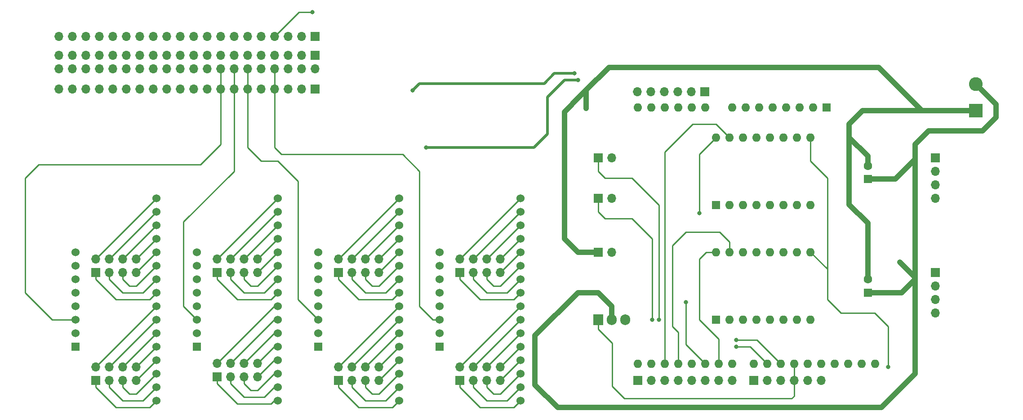
<source format=gbr>
%TF.GenerationSoftware,KiCad,Pcbnew,(6.0.10)*%
%TF.CreationDate,2025-04-14T00:06:00+02:00*%
%TF.ProjectId,pcb_shield,7063625f-7368-4696-956c-642e6b696361,1.0*%
%TF.SameCoordinates,Original*%
%TF.FileFunction,Copper,L2,Bot*%
%TF.FilePolarity,Positive*%
%FSLAX46Y46*%
G04 Gerber Fmt 4.6, Leading zero omitted, Abs format (unit mm)*
G04 Created by KiCad (PCBNEW (6.0.10)) date 2025-04-14 00:06:00*
%MOMM*%
%LPD*%
G01*
G04 APERTURE LIST*
%TA.AperFunction,ComponentPad*%
%ADD10R,2.600000X2.600000*%
%TD*%
%TA.AperFunction,ComponentPad*%
%ADD11C,2.600000*%
%TD*%
%TA.AperFunction,ComponentPad*%
%ADD12R,1.700000X1.700000*%
%TD*%
%TA.AperFunction,ComponentPad*%
%ADD13O,1.700000X1.700000*%
%TD*%
%TA.AperFunction,ComponentPad*%
%ADD14R,1.600000X1.600000*%
%TD*%
%TA.AperFunction,ComponentPad*%
%ADD15C,1.600000*%
%TD*%
%TA.AperFunction,ComponentPad*%
%ADD16R,1.905000X2.000000*%
%TD*%
%TA.AperFunction,ComponentPad*%
%ADD17O,1.905000X2.000000*%
%TD*%
%TA.AperFunction,ComponentPad*%
%ADD18O,1.600000X1.600000*%
%TD*%
%TA.AperFunction,ComponentPad*%
%ADD19C,1.530000*%
%TD*%
%TA.AperFunction,ComponentPad*%
%ADD20R,1.530000X1.530000*%
%TD*%
%TA.AperFunction,ViaPad*%
%ADD21C,0.800000*%
%TD*%
%TA.AperFunction,Conductor*%
%ADD22C,0.250000*%
%TD*%
%TA.AperFunction,Conductor*%
%ADD23C,0.500000*%
%TD*%
%TA.AperFunction,Conductor*%
%ADD24C,1.000000*%
%TD*%
G04 APERTURE END LIST*
D10*
%TO.P,J14,1*%
%TO.N,Net-(A3-Pad7)*%
X243840000Y-71120000D03*
D11*
%TO.P,J14,2*%
%TO.N,Net-(A3-Pad8)*%
X243840000Y-66120000D03*
%TD*%
D12*
%TO.P,J4,1,Pin_1*%
%TO.N,Net-(J4-Pad1)*%
X100975000Y-101600000D03*
D13*
%TO.P,J4,2,Pin_2*%
%TO.N,Net-(J4-Pad2)*%
X100975000Y-99060000D03*
%TO.P,J4,3,Pin_3*%
%TO.N,Net-(J4-Pad3)*%
X103515000Y-101600000D03*
%TO.P,J4,4,Pin_4*%
%TO.N,Net-(J4-Pad4)*%
X103515000Y-99060000D03*
%TO.P,J4,5,Pin_5*%
%TO.N,Net-(J4-Pad5)*%
X106055000Y-101600000D03*
%TO.P,J4,6,Pin_6*%
%TO.N,Net-(J4-Pad6)*%
X106055000Y-99060000D03*
%TO.P,J4,7,Pin_7*%
%TO.N,Net-(J4-Pad7)*%
X108595000Y-101600000D03*
%TO.P,J4,8,Pin_8*%
%TO.N,Net-(J4-Pad8)*%
X108595000Y-99060000D03*
%TD*%
D12*
%TO.P,J12,1,Pin_1*%
%TO.N,Net-(A2-Pad24)*%
X172720000Y-87630000D03*
D13*
%TO.P,J12,2,Pin_2*%
%TO.N,Net-(A2-Pad7)*%
X175260000Y-87630000D03*
%TD*%
D12*
%TO.P,J15,1,Pin_1*%
%TO.N,3V3*%
X119380000Y-67081000D03*
D13*
%TO.P,J15,2,Pin_2*%
%TO.N,SDA*%
X116840000Y-67081000D03*
%TO.P,J15,3,Pin_3*%
%TO.N,SCL*%
X114300000Y-67081000D03*
%TO.P,J15,4,Pin_4*%
%TO.N,Net-(A1-Pad4)*%
X111760000Y-67081000D03*
%TO.P,J15,5,Pin_5*%
%TO.N,GND*%
X109220000Y-67081000D03*
%TO.P,J15,6,Pin_6*%
%TO.N,Net-(A1-Pad6)*%
X106680000Y-67081000D03*
%TO.P,J15,7,Pin_7*%
%TO.N,Net-(A1-Pad7)*%
X104140000Y-67081000D03*
%TO.P,J15,8,Pin_8*%
%TO.N,Net-(A1-Pad8)*%
X101600000Y-67081000D03*
%TO.P,J15,9,Pin_9*%
%TO.N,3V3*%
X99060000Y-67081000D03*
%TO.P,J15,10,Pin_10*%
%TO.N,10 MOSI*%
X96520000Y-67081000D03*
%TO.P,J15,11,Pin_11*%
%TO.N,9 MISO*%
X93980000Y-67081000D03*
%TO.P,J15,12,Pin_12*%
%TO.N,11 SCLK*%
X91440000Y-67081000D03*
%TO.P,J15,13,Pin_13*%
%TO.N,GND*%
X88900000Y-67081000D03*
%TO.P,J15,14,Pin_14*%
%TO.N,Net-(A1-Pad14)*%
X86360000Y-67081000D03*
%TO.P,J15,15,Pin_15*%
%TO.N,Net-(A1-Pad15)*%
X83820000Y-67081000D03*
%TO.P,J15,16,Pin_16*%
%TO.N,Net-(A1-Pad16)*%
X81280000Y-67081000D03*
%TO.P,J15,17,Pin_17*%
%TO.N,Net-(A1-Pad17)*%
X78740000Y-67081000D03*
%TO.P,J15,18,Pin_18*%
%TO.N,Net-(A1-Pad18)*%
X76200000Y-67081000D03*
%TO.P,J15,19,Pin_19*%
%TO.N,Net-(A1-Pad19)*%
X73660000Y-67081000D03*
%TO.P,J15,20,Pin_20*%
%TO.N,Net-(A1-Pad20)*%
X71120000Y-67081000D03*
%TD*%
D12*
%TO.P,J2,1,Pin_1*%
%TO.N,Net-(J2-Pad1)*%
X78115000Y-101605000D03*
D13*
%TO.P,J2,2,Pin_2*%
%TO.N,Net-(J2-Pad2)*%
X78115000Y-99065000D03*
%TO.P,J2,3,Pin_3*%
%TO.N,Net-(J2-Pad3)*%
X80655000Y-101605000D03*
%TO.P,J2,4,Pin_4*%
%TO.N,Net-(J2-Pad4)*%
X80655000Y-99065000D03*
%TO.P,J2,5,Pin_5*%
%TO.N,Net-(J2-Pad5)*%
X83195000Y-101605000D03*
%TO.P,J2,6,Pin_6*%
%TO.N,Net-(J2-Pad6)*%
X83195000Y-99065000D03*
%TO.P,J2,7,Pin_7*%
%TO.N,Net-(J2-Pad7)*%
X85735000Y-101605000D03*
%TO.P,J2,8,Pin_8*%
%TO.N,Net-(J2-Pad8)*%
X85735000Y-99065000D03*
%TD*%
D12*
%TO.P,J19,1,Pin_1*%
%TO.N,Net-(A2-Pad9)*%
X192840000Y-67564000D03*
D13*
%TO.P,J19,2,Pin_2*%
%TO.N,Net-(A2-Pad10)*%
X190300000Y-67564000D03*
%TO.P,J19,3,Pin_3*%
%TO.N,Net-(A2-Pad11)*%
X187760000Y-67564000D03*
%TO.P,J19,4,Pin_4*%
%TO.N,Net-(A2-Pad12)*%
X185220000Y-67564000D03*
%TO.P,J19,5,Pin_5*%
%TO.N,Net-(A2-Pad13)*%
X182680000Y-67564000D03*
%TO.P,J19,6,Pin_6*%
%TO.N,Net-(A2-Pad14)*%
X180140000Y-67564000D03*
%TD*%
D14*
%TO.P,C1,1*%
%TO.N,Net-(A3-Pad8)*%
X223520000Y-84020000D03*
D15*
%TO.P,C1,2*%
%TO.N,Net-(A3-Pad7)*%
X223520000Y-81520000D03*
%TD*%
D12*
%TO.P,J6,1,Pin_1*%
%TO.N,Net-(J6-Pad1)*%
X123825000Y-101630000D03*
D13*
%TO.P,J6,2,Pin_2*%
%TO.N,Net-(J6-Pad2)*%
X123825000Y-99090000D03*
%TO.P,J6,3,Pin_3*%
%TO.N,Net-(J6-Pad3)*%
X126365000Y-101630000D03*
%TO.P,J6,4,Pin_4*%
%TO.N,Net-(J6-Pad4)*%
X126365000Y-99090000D03*
%TO.P,J6,5,Pin_5*%
%TO.N,Net-(J6-Pad5)*%
X128905000Y-101630000D03*
%TO.P,J6,6,Pin_6*%
%TO.N,Net-(J6-Pad6)*%
X128905000Y-99090000D03*
%TO.P,J6,7,Pin_7*%
%TO.N,Net-(J6-Pad7)*%
X131445000Y-101630000D03*
%TO.P,J6,8,Pin_8*%
%TO.N,Net-(J6-Pad8)*%
X131445000Y-99090000D03*
%TD*%
D12*
%TO.P,J13,1,Pin_1*%
%TO.N,Net-(A2-Pad25)*%
X172720000Y-80010000D03*
D13*
%TO.P,J13,2,Pin_2*%
%TO.N,Net-(A2-Pad7)*%
X175260000Y-80010000D03*
%TD*%
D12*
%TO.P,J3,1,Pin_1*%
%TO.N,Net-(J3-Pad1)*%
X100975000Y-121290000D03*
D13*
%TO.P,J3,2,Pin_2*%
%TO.N,Net-(J3-Pad2)*%
X100975000Y-118750000D03*
%TO.P,J3,3,Pin_3*%
%TO.N,Net-(J3-Pad3)*%
X103515000Y-121290000D03*
%TO.P,J3,4,Pin_4*%
%TO.N,Net-(J3-Pad4)*%
X103515000Y-118750000D03*
%TO.P,J3,5,Pin_5*%
%TO.N,Net-(J3-Pad5)*%
X106055000Y-121290000D03*
%TO.P,J3,6,Pin_6*%
%TO.N,Net-(J3-Pad6)*%
X106055000Y-118750000D03*
%TO.P,J3,7,Pin_7*%
%TO.N,Net-(J3-Pad7)*%
X108595000Y-121290000D03*
%TO.P,J3,8,Pin_8*%
%TO.N,Net-(J3-Pad8)*%
X108595000Y-118750000D03*
%TD*%
D12*
%TO.P,J9,1,Pin_1*%
%TO.N,Net-(A3-Pad7)*%
X172720000Y-97790000D03*
D13*
%TO.P,J9,2,Pin_2*%
%TO.N,Net-(J9-Pad2)*%
X175260000Y-97790000D03*
%TD*%
D12*
%TO.P,J18,1,Pin_1*%
%TO.N,Net-(A2-Pad23)*%
X202030000Y-121920000D03*
D13*
%TO.P,J18,2,Pin_2*%
%TO.N,Net-(A2-Pad24)*%
X204570000Y-121920000D03*
%TO.P,J18,3,Pin_3*%
%TO.N,Net-(A2-Pad25)*%
X207110000Y-121920000D03*
%TO.P,J18,4,Pin_4*%
%TO.N,Net-(A2-Pad26)*%
X209650000Y-121920000D03*
%TO.P,J18,5,Pin_5*%
%TO.N,Net-(A2-Pad27)*%
X212190000Y-121920000D03*
%TO.P,J18,6,Pin_6*%
%TO.N,Net-(A2-Pad28)*%
X214730000Y-121920000D03*
%TD*%
D12*
%TO.P,J16,1,Pin_1*%
%TO.N,5V*%
X119380000Y-57150000D03*
D13*
%TO.P,J16,2,Pin_2*%
X116840000Y-57150000D03*
%TO.P,J16,3,Pin_3*%
%TO.N,GND*%
X114300000Y-57150000D03*
%TO.P,J16,4,Pin_4*%
%TO.N,/14 TXD*%
X111760000Y-57150000D03*
%TO.P,J16,5,Pin_5*%
%TO.N,/18 RXD*%
X109220000Y-57150000D03*
%TO.P,J16,6,Pin_6*%
%TO.N,Net-(A1-Pad26)*%
X106680000Y-57150000D03*
%TO.P,J16,7,Pin_7*%
%TO.N,GND*%
X104140000Y-57150000D03*
%TO.P,J16,8,Pin_8*%
%TO.N,23*%
X101600000Y-57150000D03*
%TO.P,J16,9,Pin_9*%
%TO.N,24*%
X99060000Y-57150000D03*
%TO.P,J16,10,Pin_10*%
%TO.N,GND*%
X96520000Y-57150000D03*
%TO.P,J16,11,Pin_11*%
%TO.N,25*%
X93980000Y-57150000D03*
%TO.P,J16,12,Pin_12*%
%TO.N,8*%
X91440000Y-57150000D03*
%TO.P,J16,13,Pin_13*%
%TO.N,7*%
X88900000Y-57150000D03*
%TO.P,J16,14,Pin_14*%
%TO.N,Net-(A1-Pad34)*%
X86360000Y-57150000D03*
%TO.P,J16,15,Pin_15*%
%TO.N,GND*%
X83820000Y-57150000D03*
%TO.P,J16,16,Pin_16*%
%TO.N,12*%
X81280000Y-57150000D03*
%TO.P,J16,17,Pin_17*%
%TO.N,GND*%
X78740000Y-57150000D03*
%TO.P,J16,18,Pin_18*%
%TO.N,16*%
X76200000Y-57150000D03*
%TO.P,J16,19,Pin_19*%
%TO.N,20*%
X73660000Y-57150000D03*
%TO.P,J16,20,Pin_20*%
%TO.N,21*%
X71120000Y-57150000D03*
%TD*%
D16*
%TO.P,Q1,1,B*%
%TO.N,Net-(A2-Pad26)*%
X172720000Y-110490000D03*
D17*
%TO.P,Q1,2,C*%
%TO.N,Net-(A3-Pad8)*%
X175260000Y-110490000D03*
%TO.P,Q1,3,E*%
%TO.N,Net-(J9-Pad2)*%
X177800000Y-110490000D03*
%TD*%
D12*
%TO.P,J8,1,Pin_1*%
%TO.N,Net-(J8-Pad1)*%
X146685000Y-101600000D03*
D13*
%TO.P,J8,2,Pin_2*%
%TO.N,Net-(J8-Pad2)*%
X146685000Y-99060000D03*
%TO.P,J8,3,Pin_3*%
%TO.N,Net-(J8-Pad3)*%
X149225000Y-101600000D03*
%TO.P,J8,4,Pin_4*%
%TO.N,Net-(J8-Pad4)*%
X149225000Y-99060000D03*
%TO.P,J8,5,Pin_5*%
%TO.N,Net-(J8-Pad5)*%
X151765000Y-101600000D03*
%TO.P,J8,6,Pin_6*%
%TO.N,Net-(J8-Pad6)*%
X151765000Y-99060000D03*
%TO.P,J8,7,Pin_7*%
%TO.N,Net-(J8-Pad7)*%
X154305000Y-101600000D03*
%TO.P,J8,8,Pin_8*%
%TO.N,Net-(J8-Pad8)*%
X154305000Y-99060000D03*
%TD*%
D14*
%TO.P,C2,1*%
%TO.N,Net-(A3-Pad8)*%
X223520000Y-105410000D03*
D15*
%TO.P,C2,2*%
%TO.N,Net-(A3-Pad7)*%
X223520000Y-102910000D03*
%TD*%
D12*
%TO.P,J10,1,Pin_1*%
%TO.N,Net-(A3-Pad3)*%
X236220000Y-80030000D03*
D13*
%TO.P,J10,2,Pin_2*%
%TO.N,Net-(A3-Pad4)*%
X236220000Y-82570000D03*
%TO.P,J10,3,Pin_3*%
%TO.N,Net-(A3-Pad5)*%
X236220000Y-85110000D03*
%TO.P,J10,4,Pin_4*%
%TO.N,Net-(A3-Pad6)*%
X236220000Y-87650000D03*
%TD*%
D12*
%TO.P,J5,1,Pin_1*%
%TO.N,Net-(J5-Pad1)*%
X123835000Y-121920000D03*
D13*
%TO.P,J5,2,Pin_2*%
%TO.N,Net-(J5-Pad2)*%
X123835000Y-119380000D03*
%TO.P,J5,3,Pin_3*%
%TO.N,Net-(J5-Pad3)*%
X126375000Y-121920000D03*
%TO.P,J5,4,Pin_4*%
%TO.N,Net-(J5-Pad4)*%
X126375000Y-119380000D03*
%TO.P,J5,5,Pin_5*%
%TO.N,Net-(J5-Pad5)*%
X128915000Y-121920000D03*
%TO.P,J5,6,Pin_6*%
%TO.N,Net-(J5-Pad6)*%
X128915000Y-119380000D03*
%TO.P,J5,7,Pin_7*%
%TO.N,Net-(J5-Pad7)*%
X131455000Y-121920000D03*
%TO.P,J5,8,Pin_8*%
%TO.N,Net-(J5-Pad8)*%
X131455000Y-119380000D03*
%TD*%
D14*
%TO.P,A4,1,GND*%
%TO.N,Net-(A2-Pad7)*%
X194945000Y-110480000D03*
D18*
%TO.P,A4,2,VDD*%
%TO.N,5V*%
X197485000Y-110480000D03*
%TO.P,A4,3,1B*%
%TO.N,Net-(A4-Pad3)*%
X200025000Y-110480000D03*
%TO.P,A4,4,1A*%
%TO.N,Net-(A4-Pad4)*%
X202565000Y-110480000D03*
%TO.P,A4,5,2A*%
%TO.N,Net-(A4-Pad5)*%
X205105000Y-110480000D03*
%TO.P,A4,6,2B*%
%TO.N,Net-(A4-Pad6)*%
X207645000Y-110480000D03*
%TO.P,A4,7,GND*%
%TO.N,Net-(A3-Pad7)*%
X210185000Y-110480000D03*
%TO.P,A4,8,VMOT*%
%TO.N,Net-(A3-Pad8)*%
X212725000Y-110480000D03*
%TO.P,A4,9,~{ENABLE}*%
%TO.N,Net-(A2-Pad23)*%
X212725000Y-97780000D03*
%TO.P,A4,10,MS1*%
%TO.N,unconnected-(A4-Pad10)*%
X210185000Y-97780000D03*
%TO.P,A4,11,MS2*%
%TO.N,unconnected-(A4-Pad11)*%
X207645000Y-97780000D03*
%TO.P,A4,12,MS3*%
%TO.N,unconnected-(A4-Pad12)*%
X205105000Y-97780000D03*
%TO.P,A4,13,~{RESET}*%
%TO.N,unconnected-(A4-Pad13)*%
X202565000Y-97780000D03*
%TO.P,A4,14,~{SLEEP}*%
%TO.N,unconnected-(A4-Pad14)*%
X200025000Y-97780000D03*
%TO.P,A4,15,STEP*%
%TO.N,Net-(A2-Pad18)*%
X197485000Y-97780000D03*
%TO.P,A4,16,DIR*%
%TO.N,Net-(A2-Pad21)*%
X194945000Y-97780000D03*
%TD*%
D12*
%TO.P,J1,1,Pin_1*%
%TO.N,Net-(J1-Pad1)*%
X78115000Y-121925000D03*
D13*
%TO.P,J1,2,Pin_2*%
%TO.N,Net-(J1-Pad2)*%
X78115000Y-119385000D03*
%TO.P,J1,3,Pin_3*%
%TO.N,Net-(J1-Pad3)*%
X80655000Y-121925000D03*
%TO.P,J1,4,Pin_4*%
%TO.N,Net-(J1-Pad4)*%
X80655000Y-119385000D03*
%TO.P,J1,5,Pin_5*%
%TO.N,Net-(J1-Pad5)*%
X83195000Y-121925000D03*
%TO.P,J1,6,Pin_6*%
%TO.N,Net-(J1-Pad6)*%
X83195000Y-119385000D03*
%TO.P,J1,7,Pin_7*%
%TO.N,Net-(J1-Pad7)*%
X85735000Y-121925000D03*
%TO.P,J1,8,Pin_8*%
%TO.N,Net-(J1-Pad8)*%
X85735000Y-119385000D03*
%TD*%
D12*
%TO.P,J7,1,Pin_1*%
%TO.N,Net-(J7-Pad1)*%
X146685000Y-121920000D03*
D13*
%TO.P,J7,2,Pin_2*%
%TO.N,Net-(J7-Pad2)*%
X146685000Y-119380000D03*
%TO.P,J7,3,Pin_3*%
%TO.N,Net-(J7-Pad3)*%
X149225000Y-121920000D03*
%TO.P,J7,4,Pin_4*%
%TO.N,Net-(J7-Pad4)*%
X149225000Y-119380000D03*
%TO.P,J7,5,Pin_5*%
%TO.N,Net-(J7-Pad5)*%
X151765000Y-121920000D03*
%TO.P,J7,6,Pin_6*%
%TO.N,Net-(J7-Pad6)*%
X151765000Y-119380000D03*
%TO.P,J7,7,Pin_7*%
%TO.N,Net-(J7-Pad7)*%
X154305000Y-121920000D03*
%TO.P,J7,8,Pin_8*%
%TO.N,Net-(J7-Pad8)*%
X154305000Y-119380000D03*
%TD*%
D14*
%TO.P,A3,1,GND*%
%TO.N,Net-(A2-Pad7)*%
X194945000Y-88900000D03*
D18*
%TO.P,A3,2,VDD*%
%TO.N,5V*%
X197485000Y-88900000D03*
%TO.P,A3,3,1B*%
%TO.N,Net-(A3-Pad3)*%
X200025000Y-88900000D03*
%TO.P,A3,4,1A*%
%TO.N,Net-(A3-Pad4)*%
X202565000Y-88900000D03*
%TO.P,A3,5,2A*%
%TO.N,Net-(A3-Pad5)*%
X205105000Y-88900000D03*
%TO.P,A3,6,2B*%
%TO.N,Net-(A3-Pad6)*%
X207645000Y-88900000D03*
%TO.P,A3,7,GND*%
%TO.N,Net-(A3-Pad7)*%
X210185000Y-88900000D03*
%TO.P,A3,8,VMOT*%
%TO.N,Net-(A3-Pad8)*%
X212725000Y-88900000D03*
%TO.P,A3,9,~{ENABLE}*%
%TO.N,Net-(A2-Pad23)*%
X212725000Y-76200000D03*
%TO.P,A3,10,MS1*%
%TO.N,unconnected-(A3-Pad10)*%
X210185000Y-76200000D03*
%TO.P,A3,11,MS2*%
%TO.N,unconnected-(A3-Pad11)*%
X207645000Y-76200000D03*
%TO.P,A3,12,MS3*%
%TO.N,unconnected-(A3-Pad12)*%
X205105000Y-76200000D03*
%TO.P,A3,13,~{RESET}*%
%TO.N,unconnected-(A3-Pad13)*%
X202565000Y-76200000D03*
%TO.P,A3,14,~{SLEEP}*%
%TO.N,unconnected-(A3-Pad14)*%
X200025000Y-76200000D03*
%TO.P,A3,15,STEP*%
%TO.N,Net-(A2-Pad17)*%
X197485000Y-76200000D03*
%TO.P,A3,16,DIR*%
%TO.N,Net-(A2-Pad20)*%
X194945000Y-76200000D03*
%TD*%
D12*
%TO.P,J11,1,Pin_1*%
%TO.N,Net-(A4-Pad3)*%
X236220000Y-101600000D03*
D13*
%TO.P,J11,2,Pin_2*%
%TO.N,Net-(A4-Pad4)*%
X236220000Y-104140000D03*
%TO.P,J11,3,Pin_3*%
%TO.N,Net-(A4-Pad5)*%
X236220000Y-106680000D03*
%TO.P,J11,4,Pin_4*%
%TO.N,Net-(A4-Pad6)*%
X236220000Y-109220000D03*
%TD*%
D12*
%TO.P,J17,1,Pin_1*%
%TO.N,/14 TXD*%
X180190000Y-121920000D03*
D13*
%TO.P,J17,2,Pin_2*%
%TO.N,/18 RXD*%
X182730000Y-121920000D03*
%TO.P,J17,3,Pin_3*%
%TO.N,Net-(A2-Pad17)*%
X185270000Y-121920000D03*
%TO.P,J17,4,Pin_4*%
%TO.N,Net-(A2-Pad18)*%
X187810000Y-121920000D03*
%TO.P,J17,5,Pin_5*%
%TO.N,Net-(A2-Pad19)*%
X190350000Y-121920000D03*
%TO.P,J17,6,Pin_6*%
%TO.N,Net-(A2-Pad20)*%
X192890000Y-121920000D03*
%TO.P,J17,7,Pin_7*%
%TO.N,Net-(A2-Pad21)*%
X195430000Y-121920000D03*
%TO.P,J17,8,Pin_8*%
%TO.N,Net-(A2-Pad22)*%
X197970000Y-121920000D03*
%TD*%
D19*
%TO.P,U1,JP1-1,C0*%
%TO.N,Net-(J1-Pad1)*%
X89535000Y-125730000D03*
%TO.P,U1,JP1-2,C1*%
%TO.N,Net-(J1-Pad3)*%
X89535000Y-123190000D03*
%TO.P,U1,JP1-3,C2*%
%TO.N,Net-(J1-Pad5)*%
X89535000Y-120650000D03*
%TO.P,U1,JP1-4,C3*%
%TO.N,Net-(J1-Pad7)*%
X89535000Y-118110000D03*
%TO.P,U1,JP1-5,C4*%
%TO.N,Net-(J1-Pad8)*%
X89535000Y-115570000D03*
%TO.P,U1,JP1-6,C5*%
%TO.N,Net-(J1-Pad6)*%
X89535000Y-113030000D03*
%TO.P,U1,JP1-7,C6*%
%TO.N,Net-(J1-Pad4)*%
X89535000Y-110490000D03*
%TO.P,U1,JP1-8,C7*%
%TO.N,Net-(J1-Pad2)*%
X89535000Y-107950000D03*
%TO.P,U1,JP1-9,C8*%
%TO.N,Net-(J2-Pad1)*%
X89535000Y-105410000D03*
%TO.P,U1,JP1-10,C9*%
%TO.N,Net-(J2-Pad3)*%
X89535000Y-102870000D03*
%TO.P,U1,JP1-11,C10*%
%TO.N,Net-(J2-Pad5)*%
X89535000Y-100330000D03*
%TO.P,U1,JP1-12,C11*%
%TO.N,Net-(J2-Pad7)*%
X89535000Y-97790000D03*
%TO.P,U1,JP1-13,C12*%
%TO.N,Net-(J2-Pad8)*%
X89535000Y-95250000D03*
%TO.P,U1,JP1-14,C13*%
%TO.N,Net-(J2-Pad6)*%
X89535000Y-92710000D03*
%TO.P,U1,JP1-15,C14*%
%TO.N,Net-(J2-Pad4)*%
X89535000Y-90170000D03*
%TO.P,U1,JP1-16,C15*%
%TO.N,Net-(J2-Pad2)*%
X89535000Y-87630000D03*
D20*
%TO.P,U1,JP3-1,GND*%
%TO.N,Net-(A1-Pad20)*%
X74295000Y-115570000D03*
D19*
%TO.P,U1,JP3-2,VCC*%
%TO.N,5V*%
X74295000Y-113030000D03*
%TO.P,U1,JP3-3,EN*%
%TO.N,Net-(A1-Pad8)*%
X74295000Y-110490000D03*
%TO.P,U1,JP3-4,S0*%
%TO.N,Net-(A1-Pad19)*%
X74295000Y-107950000D03*
%TO.P,U1,JP3-5,S1*%
%TO.N,Net-(A1-Pad18)*%
X74295000Y-105410000D03*
%TO.P,U1,JP3-6,S2*%
%TO.N,Net-(A1-Pad17)*%
X74295000Y-102870000D03*
%TO.P,U1,JP3-7,S3*%
%TO.N,Net-(A1-Pad16)*%
X74295000Y-100330000D03*
%TO.P,U1,JP3-8,COM*%
%TO.N,Net-(A1-Pad15)*%
X74295000Y-97790000D03*
%TD*%
%TO.P,U4,JP1-1,C0*%
%TO.N,Net-(J7-Pad1)*%
X158115000Y-125730000D03*
%TO.P,U4,JP1-2,C1*%
%TO.N,Net-(J7-Pad3)*%
X158115000Y-123190000D03*
%TO.P,U4,JP1-3,C2*%
%TO.N,Net-(J7-Pad5)*%
X158115000Y-120650000D03*
%TO.P,U4,JP1-4,C3*%
%TO.N,Net-(J7-Pad7)*%
X158115000Y-118110000D03*
%TO.P,U4,JP1-5,C4*%
%TO.N,Net-(J7-Pad8)*%
X158115000Y-115570000D03*
%TO.P,U4,JP1-6,C5*%
%TO.N,Net-(J7-Pad6)*%
X158115000Y-113030000D03*
%TO.P,U4,JP1-7,C6*%
%TO.N,Net-(J7-Pad4)*%
X158115000Y-110490000D03*
%TO.P,U4,JP1-8,C7*%
%TO.N,Net-(J7-Pad2)*%
X158115000Y-107950000D03*
%TO.P,U4,JP1-9,C8*%
%TO.N,Net-(J8-Pad1)*%
X158115000Y-105410000D03*
%TO.P,U4,JP1-10,C9*%
%TO.N,Net-(J8-Pad3)*%
X158115000Y-102870000D03*
%TO.P,U4,JP1-11,C10*%
%TO.N,Net-(J8-Pad5)*%
X158115000Y-100330000D03*
%TO.P,U4,JP1-12,C11*%
%TO.N,Net-(J8-Pad7)*%
X158115000Y-97790000D03*
%TO.P,U4,JP1-13,C12*%
%TO.N,Net-(J8-Pad8)*%
X158115000Y-95250000D03*
%TO.P,U4,JP1-14,C13*%
%TO.N,Net-(J8-Pad6)*%
X158115000Y-92710000D03*
%TO.P,U4,JP1-15,C14*%
%TO.N,Net-(J8-Pad4)*%
X158115000Y-90170000D03*
%TO.P,U4,JP1-16,C15*%
%TO.N,Net-(J8-Pad2)*%
X158115000Y-87630000D03*
D20*
%TO.P,U4,JP3-1,GND*%
%TO.N,Net-(A1-Pad20)*%
X142875000Y-115570000D03*
D19*
%TO.P,U4,JP3-2,VCC*%
%TO.N,5V*%
X142875000Y-113030000D03*
%TO.P,U4,JP3-3,EN*%
%TO.N,Net-(A1-Pad4)*%
X142875000Y-110490000D03*
%TO.P,U4,JP3-4,S0*%
%TO.N,Net-(A1-Pad19)*%
X142875000Y-107950000D03*
%TO.P,U4,JP3-5,S1*%
%TO.N,Net-(A1-Pad18)*%
X142875000Y-105410000D03*
%TO.P,U4,JP3-6,S2*%
%TO.N,Net-(A1-Pad17)*%
X142875000Y-102870000D03*
%TO.P,U4,JP3-7,S3*%
%TO.N,Net-(A1-Pad16)*%
X142875000Y-100330000D03*
%TO.P,U4,JP3-8,COM*%
%TO.N,Net-(A1-Pad15)*%
X142875000Y-97790000D03*
%TD*%
%TO.P,U3,JP1-1,C0*%
%TO.N,Net-(J5-Pad1)*%
X135265000Y-125735000D03*
%TO.P,U3,JP1-2,C1*%
%TO.N,Net-(J5-Pad3)*%
X135265000Y-123195000D03*
%TO.P,U3,JP1-3,C2*%
%TO.N,Net-(J5-Pad5)*%
X135265000Y-120655000D03*
%TO.P,U3,JP1-4,C3*%
%TO.N,Net-(J5-Pad7)*%
X135265000Y-118115000D03*
%TO.P,U3,JP1-5,C4*%
%TO.N,Net-(J5-Pad8)*%
X135265000Y-115575000D03*
%TO.P,U3,JP1-6,C5*%
%TO.N,Net-(J5-Pad6)*%
X135265000Y-113035000D03*
%TO.P,U3,JP1-7,C6*%
%TO.N,Net-(J5-Pad4)*%
X135265000Y-110495000D03*
%TO.P,U3,JP1-8,C7*%
%TO.N,Net-(J5-Pad2)*%
X135265000Y-107955000D03*
%TO.P,U3,JP1-9,C8*%
%TO.N,Net-(J6-Pad1)*%
X135265000Y-105415000D03*
%TO.P,U3,JP1-10,C9*%
%TO.N,Net-(J6-Pad3)*%
X135265000Y-102875000D03*
%TO.P,U3,JP1-11,C10*%
%TO.N,Net-(J6-Pad5)*%
X135265000Y-100335000D03*
%TO.P,U3,JP1-12,C11*%
%TO.N,Net-(J6-Pad7)*%
X135265000Y-97795000D03*
%TO.P,U3,JP1-13,C12*%
%TO.N,Net-(J6-Pad8)*%
X135265000Y-95255000D03*
%TO.P,U3,JP1-14,C13*%
%TO.N,Net-(J6-Pad6)*%
X135265000Y-92715000D03*
%TO.P,U3,JP1-15,C14*%
%TO.N,Net-(J6-Pad4)*%
X135265000Y-90175000D03*
%TO.P,U3,JP1-16,C15*%
%TO.N,Net-(J6-Pad2)*%
X135265000Y-87635000D03*
D20*
%TO.P,U3,JP3-1,GND*%
%TO.N,Net-(A1-Pad20)*%
X120025000Y-115575000D03*
D19*
%TO.P,U3,JP3-2,VCC*%
%TO.N,5V*%
X120025000Y-113035000D03*
%TO.P,U3,JP3-3,EN*%
%TO.N,Net-(A1-Pad6)*%
X120025000Y-110495000D03*
%TO.P,U3,JP3-4,S0*%
%TO.N,Net-(A1-Pad19)*%
X120025000Y-107955000D03*
%TO.P,U3,JP3-5,S1*%
%TO.N,Net-(A1-Pad18)*%
X120025000Y-105415000D03*
%TO.P,U3,JP3-6,S2*%
%TO.N,Net-(A1-Pad17)*%
X120025000Y-102875000D03*
%TO.P,U3,JP3-7,S3*%
%TO.N,Net-(A1-Pad16)*%
X120025000Y-100335000D03*
%TO.P,U3,JP3-8,COM*%
%TO.N,Net-(A1-Pad15)*%
X120025000Y-97795000D03*
%TD*%
%TO.P,U2,JP1-1,C0*%
%TO.N,Net-(J3-Pad1)*%
X112395000Y-125730000D03*
%TO.P,U2,JP1-2,C1*%
%TO.N,Net-(J3-Pad3)*%
X112395000Y-123190000D03*
%TO.P,U2,JP1-3,C2*%
%TO.N,Net-(J3-Pad5)*%
X112395000Y-120650000D03*
%TO.P,U2,JP1-4,C3*%
%TO.N,Net-(J3-Pad7)*%
X112395000Y-118110000D03*
%TO.P,U2,JP1-5,C4*%
%TO.N,Net-(J3-Pad8)*%
X112395000Y-115570000D03*
%TO.P,U2,JP1-6,C5*%
%TO.N,Net-(J3-Pad6)*%
X112395000Y-113030000D03*
%TO.P,U2,JP1-7,C6*%
%TO.N,Net-(J3-Pad4)*%
X112395000Y-110490000D03*
%TO.P,U2,JP1-8,C7*%
%TO.N,Net-(J3-Pad2)*%
X112395000Y-107950000D03*
%TO.P,U2,JP1-9,C8*%
%TO.N,Net-(J4-Pad1)*%
X112395000Y-105410000D03*
%TO.P,U2,JP1-10,C9*%
%TO.N,Net-(J4-Pad3)*%
X112395000Y-102870000D03*
%TO.P,U2,JP1-11,C10*%
%TO.N,Net-(J4-Pad5)*%
X112395000Y-100330000D03*
%TO.P,U2,JP1-12,C11*%
%TO.N,Net-(J4-Pad7)*%
X112395000Y-97790000D03*
%TO.P,U2,JP1-13,C12*%
%TO.N,Net-(J4-Pad8)*%
X112395000Y-95250000D03*
%TO.P,U2,JP1-14,C13*%
%TO.N,Net-(J4-Pad6)*%
X112395000Y-92710000D03*
%TO.P,U2,JP1-15,C14*%
%TO.N,Net-(J4-Pad4)*%
X112395000Y-90170000D03*
%TO.P,U2,JP1-16,C15*%
%TO.N,Net-(J4-Pad2)*%
X112395000Y-87630000D03*
D20*
%TO.P,U2,JP3-1,GND*%
%TO.N,Net-(A1-Pad20)*%
X97155000Y-115570000D03*
D19*
%TO.P,U2,JP3-2,VCC*%
%TO.N,5V*%
X97155000Y-113030000D03*
%TO.P,U2,JP3-3,EN*%
%TO.N,Net-(A1-Pad7)*%
X97155000Y-110490000D03*
%TO.P,U2,JP3-4,S0*%
%TO.N,Net-(A1-Pad19)*%
X97155000Y-107950000D03*
%TO.P,U2,JP3-5,S1*%
%TO.N,Net-(A1-Pad18)*%
X97155000Y-105410000D03*
%TO.P,U2,JP3-6,S2*%
%TO.N,Net-(A1-Pad17)*%
X97155000Y-102870000D03*
%TO.P,U2,JP3-7,S3*%
%TO.N,Net-(A1-Pad16)*%
X97155000Y-100330000D03*
%TO.P,U2,JP3-8,COM*%
%TO.N,Net-(A1-Pad15)*%
X97155000Y-97790000D03*
%TD*%
D13*
%TO.P,A1,1,Pin_1*%
%TO.N,3V3*%
X119380000Y-63246000D03*
%TO.P,A1,2,Pin_2*%
%TO.N,SDA*%
X116840000Y-63246000D03*
%TO.P,A1,3,Pin_3*%
%TO.N,SCL*%
X114300000Y-63246000D03*
%TO.P,A1,4,Pin_4*%
%TO.N,Net-(A1-Pad4)*%
X111760000Y-63246000D03*
%TO.P,A1,5,Pin_5*%
%TO.N,GND*%
X109220000Y-63246000D03*
%TO.P,A1,6,Pin_6*%
%TO.N,Net-(A1-Pad6)*%
X106680000Y-63246000D03*
%TO.P,A1,7,Pin_7*%
%TO.N,Net-(A1-Pad7)*%
X104140000Y-63246000D03*
%TO.P,A1,8,Pin_8*%
%TO.N,Net-(A1-Pad8)*%
X101600000Y-63246000D03*
%TO.P,A1,9,Pin_9*%
%TO.N,3V3*%
X99060000Y-63246000D03*
%TO.P,A1,10,Pin_10*%
%TO.N,10 MOSI*%
X96520000Y-63246000D03*
%TO.P,A1,11,Pin_11*%
%TO.N,9 MISO*%
X93980000Y-63246000D03*
%TO.P,A1,12,Pin_12*%
%TO.N,11 SCLK*%
X91440000Y-63246000D03*
%TO.P,A1,13,Pin_13*%
%TO.N,GND*%
X88900000Y-63246000D03*
%TO.P,A1,14,Pin_14*%
%TO.N,Net-(A1-Pad14)*%
X86360000Y-63246000D03*
%TO.P,A1,15,Pin_15*%
%TO.N,Net-(A1-Pad15)*%
X83820000Y-63246000D03*
%TO.P,A1,16,Pin_16*%
%TO.N,Net-(A1-Pad16)*%
X81280000Y-63246000D03*
%TO.P,A1,17,Pin_17*%
%TO.N,Net-(A1-Pad17)*%
X78740000Y-63246000D03*
%TO.P,A1,18,Pin_18*%
%TO.N,Net-(A1-Pad18)*%
X76200000Y-63246000D03*
%TO.P,A1,19,Pin_19*%
%TO.N,Net-(A1-Pad19)*%
X73660000Y-63246000D03*
%TO.P,A1,20,Pin_20*%
%TO.N,Net-(A1-Pad20)*%
X71120000Y-63246000D03*
D12*
%TO.P,A1,21,Pin_21*%
%TO.N,5V*%
X119380000Y-60706000D03*
D13*
%TO.P,A1,22,Pin_22*%
X116840000Y-60706000D03*
%TO.P,A1,23,Pin_23*%
%TO.N,GND*%
X114300000Y-60706000D03*
%TO.P,A1,24,Pin_24*%
%TO.N,/14 TXD*%
X111760000Y-60706000D03*
%TO.P,A1,25,Pin_25*%
%TO.N,/18 RXD*%
X109220000Y-60706000D03*
%TO.P,A1,26,Pin_26*%
%TO.N,Net-(A1-Pad26)*%
X106680000Y-60706000D03*
%TO.P,A1,27,Pin_27*%
%TO.N,GND*%
X104140000Y-60706000D03*
%TO.P,A1,28,Pin_28*%
%TO.N,23*%
X101600000Y-60706000D03*
%TO.P,A1,29,Pin_29*%
%TO.N,24*%
X99060000Y-60706000D03*
%TO.P,A1,30,Pin_30*%
%TO.N,GND*%
X96520000Y-60706000D03*
%TO.P,A1,31,Pin_31*%
%TO.N,25*%
X93980000Y-60706000D03*
%TO.P,A1,32,Pin_32*%
%TO.N,8*%
X91440000Y-60706000D03*
%TO.P,A1,33,Pin_33*%
%TO.N,7*%
X88900000Y-60706000D03*
%TO.P,A1,34,Pin_34*%
%TO.N,Net-(A1-Pad34)*%
X86360000Y-60706000D03*
%TO.P,A1,35,Pin_35*%
%TO.N,GND*%
X83820000Y-60706000D03*
%TO.P,A1,36,Pin_36*%
%TO.N,12*%
X81280000Y-60706000D03*
%TO.P,A1,37,Pin_37*%
%TO.N,GND*%
X78740000Y-60706000D03*
%TO.P,A1,38,Pin_38*%
%TO.N,16*%
X76200000Y-60706000D03*
%TO.P,A1,39,Pin_39*%
%TO.N,20*%
X73660000Y-60706000D03*
%TO.P,A1,40,Pin_40*%
%TO.N,21*%
X71120000Y-60706000D03*
%TD*%
D14*
%TO.P,A2,1,NC*%
%TO.N,unconnected-(A2-Pad1)*%
X215750000Y-70520000D03*
D18*
%TO.P,A2,2,IOREF*%
%TO.N,unconnected-(A2-Pad2)*%
X213210000Y-70520000D03*
%TO.P,A2,3,~{RESET}*%
%TO.N,unconnected-(A2-Pad3)*%
X210670000Y-70520000D03*
%TO.P,A2,4,3V3*%
%TO.N,unconnected-(A2-Pad4)*%
X208130000Y-70520000D03*
%TO.P,A2,5,+5V*%
%TO.N,5V*%
X205590000Y-70520000D03*
%TO.P,A2,6,GND*%
%TO.N,GND*%
X203050000Y-70520000D03*
%TO.P,A2,7,GND*%
%TO.N,Net-(A2-Pad7)*%
X200510000Y-70520000D03*
%TO.P,A2,8,VIN*%
%TO.N,unconnected-(A2-Pad8)*%
X197970000Y-70520000D03*
%TO.P,A2,9,A0*%
%TO.N,Net-(A2-Pad9)*%
X192890000Y-70520000D03*
%TO.P,A2,10,A1*%
%TO.N,Net-(A2-Pad10)*%
X190350000Y-70520000D03*
%TO.P,A2,11,A2*%
%TO.N,Net-(A2-Pad11)*%
X187810000Y-70520000D03*
%TO.P,A2,12,A3*%
%TO.N,Net-(A2-Pad12)*%
X185270000Y-70520000D03*
%TO.P,A2,13,SDA/A4*%
%TO.N,Net-(A2-Pad13)*%
X182730000Y-70520000D03*
%TO.P,A2,14,SCL/A5*%
%TO.N,Net-(A2-Pad14)*%
X180190000Y-70520000D03*
%TO.P,A2,15,D0/RX*%
%TO.N,/14 TXD*%
X180190000Y-118780000D03*
%TO.P,A2,16,D1/TX*%
%TO.N,/18 RXD*%
X182730000Y-118780000D03*
%TO.P,A2,17,D2*%
%TO.N,Net-(A2-Pad17)*%
X185270000Y-118780000D03*
%TO.P,A2,18,D3*%
%TO.N,Net-(A2-Pad18)*%
X187810000Y-118780000D03*
%TO.P,A2,19,D4*%
%TO.N,Net-(A2-Pad19)*%
X190350000Y-118780000D03*
%TO.P,A2,20,D5*%
%TO.N,Net-(A2-Pad20)*%
X192890000Y-118780000D03*
%TO.P,A2,21,D6*%
%TO.N,Net-(A2-Pad21)*%
X195430000Y-118780000D03*
%TO.P,A2,22,D7*%
%TO.N,Net-(A2-Pad22)*%
X197970000Y-118780000D03*
%TO.P,A2,23,D8*%
%TO.N,Net-(A2-Pad23)*%
X202030000Y-118780000D03*
%TO.P,A2,24,D9*%
%TO.N,Net-(A2-Pad24)*%
X204570000Y-118780000D03*
%TO.P,A2,25,D10*%
%TO.N,Net-(A2-Pad25)*%
X207110000Y-118780000D03*
%TO.P,A2,26,D11*%
%TO.N,Net-(A2-Pad26)*%
X209650000Y-118780000D03*
%TO.P,A2,27,D12*%
%TO.N,Net-(A2-Pad27)*%
X212190000Y-118780000D03*
%TO.P,A2,28,D13*%
%TO.N,Net-(A2-Pad28)*%
X214730000Y-118780000D03*
%TO.P,A2,29,GND*%
%TO.N,unconnected-(A2-Pad29)*%
X217270000Y-118780000D03*
%TO.P,A2,30,AREF*%
%TO.N,unconnected-(A2-Pad30)*%
X219810000Y-118780000D03*
%TO.P,A2,31,SDA/A4*%
%TO.N,unconnected-(A2-Pad31)*%
X222350000Y-118780000D03*
%TO.P,A2,32,SCL/A5*%
%TO.N,unconnected-(A2-Pad32)*%
X224890000Y-118780000D03*
%TD*%
D21*
%TO.N,/14 TXD*%
X118928000Y-52558000D03*
%TO.N,GND*%
X140335000Y-78105000D03*
X168910000Y-65405000D03*
%TO.N,5V*%
X168275000Y-64135000D03*
X137795000Y-67310000D03*
%TO.N,Net-(A2-Pad20)*%
X191770000Y-90475000D03*
X189230000Y-107168000D03*
%TO.N,Net-(A3-Pad7)*%
X170500000Y-70720000D03*
%TO.N,Net-(A3-Pad8)*%
X229545000Y-99675000D03*
%TO.N,Net-(A2-Pad23)*%
X227330000Y-119380000D03*
%TO.N,Net-(A2-Pad24)*%
X198755000Y-115570000D03*
X182880000Y-110490000D03*
%TO.N,Net-(A2-Pad25)*%
X198755000Y-114300000D03*
X184150000Y-110490000D03*
%TD*%
D22*
%TO.N,/14 TXD*%
X118928000Y-52558000D02*
X116352000Y-52558000D01*
X116352000Y-52558000D02*
X111760000Y-57150000D01*
D23*
%TO.N,GND*%
X163195000Y-75565000D02*
X163195000Y-68580000D01*
X163195000Y-68580000D02*
X166370000Y-65405000D01*
X160655000Y-78105000D02*
X163195000Y-75565000D01*
X140335000Y-78105000D02*
X160655000Y-78105000D01*
X166370000Y-65405000D02*
X168910000Y-65405000D01*
%TO.N,5V*%
X137795000Y-67310000D02*
X139085000Y-66020000D01*
X139085000Y-66020000D02*
X162580000Y-66020000D01*
X164465000Y-64135000D02*
X168275000Y-64135000D01*
X162580000Y-66020000D02*
X164465000Y-64135000D01*
D22*
%TO.N,Net-(A1-Pad7)*%
X94615000Y-92075000D02*
X104140000Y-82550000D01*
X94615000Y-107950000D02*
X94615000Y-92075000D01*
X97155000Y-110490000D02*
X94615000Y-107950000D01*
X104140000Y-82550000D02*
X104140000Y-63246000D01*
%TO.N,Net-(A2-Pad20)*%
X191770000Y-90475000D02*
X191770000Y-79375000D01*
X191770000Y-79375000D02*
X194945000Y-76200000D01*
X189230000Y-115120000D02*
X192890000Y-118780000D01*
X189230000Y-107168000D02*
X189230000Y-115120000D01*
D24*
%TO.N,Net-(A3-Pad7)*%
X220020000Y-76180000D02*
X220020000Y-73640000D01*
X225552000Y-62992000D02*
X233680000Y-71120000D01*
X223520000Y-102910000D02*
X223520000Y-92340000D01*
X170487000Y-67257000D02*
X170500000Y-67270000D01*
X174752000Y-62992000D02*
X225552000Y-62992000D01*
X233680000Y-71120000D02*
X243840000Y-71120000D01*
X168910000Y-97790000D02*
X166370000Y-95250000D01*
X220020000Y-88840000D02*
X220020000Y-76180000D01*
X223520000Y-79680000D02*
X220020000Y-76180000D01*
X170500000Y-67270000D02*
X170500000Y-70720000D01*
X233660000Y-71100000D02*
X233680000Y-71120000D01*
X222560000Y-71100000D02*
X233660000Y-71100000D01*
X170487000Y-67257000D02*
X174752000Y-62992000D01*
X166370000Y-95250000D02*
X166370000Y-71374000D01*
X220020000Y-73640000D02*
X222560000Y-71100000D01*
X169287000Y-68457000D02*
X170487000Y-67257000D01*
X223520000Y-92340000D02*
X220020000Y-88840000D01*
X223520000Y-81520000D02*
X223520000Y-79680000D01*
X166370000Y-71374000D02*
X169287000Y-68457000D01*
X172720000Y-97790000D02*
X168910000Y-97790000D01*
%TO.N,Net-(A3-Pad8)*%
X171460000Y-105410000D02*
X172720000Y-105410000D01*
X223520000Y-105410000D02*
X229870000Y-105410000D01*
X232410000Y-77470000D02*
X234950000Y-74930000D01*
X168910000Y-105410000D02*
X160845000Y-113475000D01*
X234950000Y-74930000D02*
X245110000Y-74930000D01*
X226060000Y-127000000D02*
X232410000Y-120650000D01*
X223520000Y-84020000D02*
X228705000Y-84020000D01*
X232410000Y-120650000D02*
X232410000Y-102870000D01*
X232410000Y-80315000D02*
X232410000Y-77470000D01*
X175260000Y-107950000D02*
X175260000Y-110490000D01*
X160845000Y-113475000D02*
X160845000Y-122758000D01*
X171460000Y-105410000D02*
X168910000Y-105410000D01*
X232410000Y-102870000D02*
X232410000Y-80315000D01*
X160845000Y-122758000D02*
X165087000Y-127000000D01*
X228705000Y-84020000D02*
X232410000Y-80315000D01*
X247650000Y-72390000D02*
X247650000Y-69930000D01*
X172720000Y-105410000D02*
X175260000Y-107950000D01*
X247650000Y-69930000D02*
X243840000Y-66120000D01*
X165087000Y-127000000D02*
X226060000Y-127000000D01*
X232410000Y-102540000D02*
X229545000Y-99675000D01*
X229870000Y-105410000D02*
X232410000Y-102870000D01*
X245110000Y-74930000D02*
X247650000Y-72390000D01*
X232410000Y-102870000D02*
X232410000Y-102540000D01*
D22*
%TO.N,Net-(J1-Pad1)*%
X88265000Y-127000000D02*
X89535000Y-125730000D01*
X81915000Y-127000000D02*
X88265000Y-127000000D01*
X78115000Y-123200000D02*
X81915000Y-127000000D01*
X78115000Y-121925000D02*
X78115000Y-123200000D01*
%TO.N,Net-(J1-Pad2)*%
X89535000Y-107950000D02*
X78115000Y-119370000D01*
%TO.N,Net-(J1-Pad3)*%
X89535000Y-123190000D02*
X86995000Y-125730000D01*
X80655000Y-121925000D02*
X80655000Y-123200000D01*
X83185000Y-125730000D02*
X84455000Y-125730000D01*
X80655000Y-123200000D02*
X83185000Y-125730000D01*
X86995000Y-125730000D02*
X84460000Y-125730000D01*
%TO.N,Net-(J1-Pad4)*%
X89535000Y-110490000D02*
X80655000Y-119370000D01*
%TO.N,Net-(J1-Pad5)*%
X89535000Y-120650000D02*
X85725000Y-124460000D01*
X84455000Y-124460000D02*
X83195000Y-123200000D01*
X85725000Y-124460000D02*
X84455000Y-124460000D01*
X83195000Y-123200000D02*
X83195000Y-121925000D01*
%TO.N,Net-(J1-Pad6)*%
X89535000Y-113030000D02*
X83195000Y-119370000D01*
%TO.N,Net-(J1-Pad7)*%
X89535000Y-118110000D02*
X85735000Y-121910000D01*
%TO.N,Net-(A1-Pad4)*%
X139065000Y-82550000D02*
X135890000Y-79375000D01*
X142875000Y-110490000D02*
X141605000Y-110490000D01*
X141605000Y-110490000D02*
X139065000Y-107950000D01*
X139065000Y-107950000D02*
X139065000Y-82550000D01*
X113030000Y-79375000D02*
X111760000Y-78105000D01*
X135890000Y-79375000D02*
X113030000Y-79375000D01*
X111760000Y-78105000D02*
X111760000Y-63246000D01*
%TO.N,Net-(A1-Pad6)*%
X120025000Y-110495000D02*
X116205000Y-106675000D01*
X116205000Y-84455000D02*
X112395000Y-80645000D01*
X106680000Y-78105000D02*
X106680000Y-63246000D01*
X109220000Y-80645000D02*
X106680000Y-78105000D01*
X116205000Y-106675000D02*
X116205000Y-84455000D01*
X112395000Y-80645000D02*
X109220000Y-80645000D01*
%TO.N,Net-(A1-Pad8)*%
X101600000Y-77470000D02*
X101600000Y-63246000D01*
X64770000Y-83820000D02*
X67310000Y-81280000D01*
X67310000Y-81280000D02*
X97790000Y-81280000D01*
X74295000Y-110490000D02*
X69850000Y-110490000D01*
X69850000Y-110490000D02*
X64770000Y-105410000D01*
X97790000Y-81280000D02*
X101600000Y-77470000D01*
X64770000Y-105410000D02*
X64770000Y-83820000D01*
%TO.N,Net-(J1-Pad8)*%
X89535000Y-115570000D02*
X85735000Y-119370000D01*
%TO.N,Net-(J2-Pad1)*%
X81915000Y-106680000D02*
X88265000Y-106680000D01*
X88265000Y-106680000D02*
X89535000Y-105410000D01*
X78115000Y-101605000D02*
X78115000Y-102880000D01*
X78115000Y-102880000D02*
X81915000Y-106680000D01*
%TO.N,Net-(A2-Pad17)*%
X185270000Y-118780000D02*
X185270000Y-78890000D01*
X190500000Y-73660000D02*
X194945000Y-73660000D01*
X194945000Y-73660000D02*
X197485000Y-76200000D01*
X185270000Y-78890000D02*
X190500000Y-73660000D01*
%TO.N,Net-(A2-Pad18)*%
X195580000Y-93980000D02*
X189230000Y-93980000D01*
X186690000Y-111760000D02*
X187810000Y-112880000D01*
X186690000Y-96520000D02*
X186690000Y-111760000D01*
X187810000Y-112880000D02*
X187810000Y-118780000D01*
X197485000Y-95885000D02*
X195580000Y-93980000D01*
X197485000Y-97780000D02*
X197485000Y-95885000D01*
X189230000Y-93980000D02*
X186690000Y-96520000D01*
%TO.N,Net-(J2-Pad2)*%
X89535000Y-87630000D02*
X78115000Y-99050000D01*
%TO.N,Net-(J2-Pad3)*%
X80655000Y-102880000D02*
X83185000Y-105410000D01*
X89535000Y-102870000D02*
X86995000Y-105410000D01*
X80655000Y-101605000D02*
X80655000Y-102880000D01*
X83185000Y-105410000D02*
X84455000Y-105410000D01*
X86995000Y-105410000D02*
X84460000Y-105410000D01*
%TO.N,Net-(A2-Pad21)*%
X195430000Y-118780000D02*
X195430000Y-114150000D01*
X194945000Y-97780000D02*
X193050000Y-97780000D01*
X193050000Y-97780000D02*
X191770000Y-99060000D01*
X191770000Y-99060000D02*
X191770000Y-110490000D01*
X195430000Y-114150000D02*
X191770000Y-110490000D01*
%TO.N,Net-(J2-Pad4)*%
X89535000Y-90170000D02*
X80655000Y-99050000D01*
%TO.N,Net-(A2-Pad23)*%
X224790000Y-109220000D02*
X218440000Y-109220000D01*
X215900000Y-83820000D02*
X215900000Y-101600000D01*
X227330000Y-111760000D02*
X224790000Y-109220000D01*
X227330000Y-119380000D02*
X227330000Y-111760000D01*
X212725000Y-76200000D02*
X212725000Y-80645000D01*
X212725000Y-97780000D02*
X215900000Y-100955000D01*
X215900000Y-100955000D02*
X215900000Y-101600000D01*
X212725000Y-80645000D02*
X215900000Y-83820000D01*
X218440000Y-109220000D02*
X215900000Y-106680000D01*
X215900000Y-101600000D02*
X215900000Y-106680000D01*
%TO.N,Net-(A2-Pad24)*%
X172720000Y-90170000D02*
X173990000Y-91440000D01*
X179070000Y-91440000D02*
X182880000Y-95250000D01*
X182880000Y-95250000D02*
X182880000Y-110490000D01*
X172720000Y-87630000D02*
X172720000Y-90170000D01*
X173990000Y-91440000D02*
X179070000Y-91440000D01*
X201360000Y-115570000D02*
X204570000Y-118780000D01*
X198755000Y-115570000D02*
X201360000Y-115570000D01*
%TO.N,Net-(A2-Pad25)*%
X172720000Y-82550000D02*
X173990000Y-83820000D01*
X198755000Y-114300000D02*
X202630000Y-114300000D01*
X182880000Y-87630000D02*
X184150000Y-88900000D01*
X172720000Y-80010000D02*
X172720000Y-82550000D01*
X173990000Y-83820000D02*
X177800000Y-83820000D01*
X184150000Y-88900000D02*
X184150000Y-110490000D01*
X202630000Y-114300000D02*
X207110000Y-118780000D01*
X177800000Y-83820000D02*
X179070000Y-83820000D01*
X179070000Y-83820000D02*
X182880000Y-87630000D01*
%TO.N,Net-(A2-Pad26)*%
X209650000Y-121820000D02*
X209650000Y-118780000D01*
X175387000Y-123063000D02*
X175387000Y-114935000D01*
X172720000Y-112268000D02*
X172720000Y-110490000D01*
X209650000Y-121920000D02*
X209650000Y-124868000D01*
X175387000Y-114935000D02*
X172720000Y-112268000D01*
X209650000Y-124868000D02*
X209169000Y-125349000D01*
X209169000Y-125349000D02*
X177673000Y-125349000D01*
X177673000Y-125349000D02*
X175387000Y-123063000D01*
%TO.N,Net-(J2-Pad5)*%
X85725000Y-104140000D02*
X84455000Y-104140000D01*
X84455000Y-104140000D02*
X83195000Y-102880000D01*
X83195000Y-102880000D02*
X83195000Y-101605000D01*
X89535000Y-100330000D02*
X85725000Y-104140000D01*
%TO.N,Net-(J2-Pad6)*%
X89535000Y-92710000D02*
X83195000Y-99050000D01*
%TO.N,Net-(J2-Pad7)*%
X89535000Y-97790000D02*
X85735000Y-101590000D01*
X85735000Y-101590000D02*
X85735000Y-101605000D01*
%TO.N,Net-(J2-Pad8)*%
X89535000Y-95250000D02*
X85735000Y-99050000D01*
%TO.N,Net-(J3-Pad1)*%
X100975000Y-122565000D02*
X104775000Y-126365000D01*
X100975000Y-121290000D02*
X100975000Y-122565000D01*
X104775000Y-126365000D02*
X111125000Y-126365000D01*
X111125000Y-126365000D02*
X112395000Y-125095000D01*
%TO.N,Net-(J3-Pad2)*%
X112395000Y-107315000D02*
X100975000Y-118735000D01*
%TO.N,Net-(J3-Pad3)*%
X112395000Y-122555000D02*
X109855000Y-125095000D01*
X109855000Y-125095000D02*
X107320000Y-125095000D01*
X103515000Y-122565000D02*
X106045000Y-125095000D01*
X103515000Y-121290000D02*
X103515000Y-122565000D01*
X106045000Y-125095000D02*
X107315000Y-125095000D01*
%TO.N,Net-(J3-Pad4)*%
X112395000Y-109855000D02*
X103515000Y-118735000D01*
%TO.N,Net-(J3-Pad5)*%
X106055000Y-122565000D02*
X106055000Y-121290000D01*
X107315000Y-123825000D02*
X106055000Y-122565000D01*
X112395000Y-120015000D02*
X108585000Y-123825000D01*
X108585000Y-123825000D02*
X107315000Y-123825000D01*
%TO.N,Net-(J3-Pad6)*%
X112395000Y-112395000D02*
X106055000Y-118735000D01*
%TO.N,Net-(J3-Pad7)*%
X112395000Y-117475000D02*
X108595000Y-121275000D01*
%TO.N,Net-(J3-Pad8)*%
X112395000Y-114935000D02*
X108595000Y-118735000D01*
%TO.N,Net-(J4-Pad1)*%
X100975000Y-101605000D02*
X100975000Y-102880000D01*
X100975000Y-102880000D02*
X104775000Y-106680000D01*
X111125000Y-106680000D02*
X112395000Y-105410000D01*
X104775000Y-106680000D02*
X111125000Y-106680000D01*
%TO.N,Net-(J4-Pad2)*%
X112395000Y-87630000D02*
X100975000Y-99050000D01*
%TO.N,Net-(J4-Pad3)*%
X103515000Y-102880000D02*
X106045000Y-105410000D01*
X109855000Y-105410000D02*
X107320000Y-105410000D01*
X103515000Y-101605000D02*
X103515000Y-102880000D01*
X106045000Y-105410000D02*
X107315000Y-105410000D01*
X112395000Y-102870000D02*
X109855000Y-105410000D01*
%TO.N,Net-(J4-Pad4)*%
X112395000Y-90170000D02*
X103515000Y-99050000D01*
%TO.N,Net-(J4-Pad5)*%
X106055000Y-102880000D02*
X106055000Y-101605000D01*
X107315000Y-104140000D02*
X106055000Y-102880000D01*
X108585000Y-104140000D02*
X107315000Y-104140000D01*
X112395000Y-100330000D02*
X108585000Y-104140000D01*
%TO.N,Net-(J4-Pad6)*%
X112395000Y-92710000D02*
X106055000Y-99050000D01*
%TO.N,Net-(J4-Pad7)*%
X112395000Y-97790000D02*
X108595000Y-101590000D01*
X108595000Y-101590000D02*
X108595000Y-101600000D01*
%TO.N,Net-(J4-Pad8)*%
X112395000Y-95250000D02*
X108595000Y-99050000D01*
%TO.N,Net-(J5-Pad1)*%
X123835000Y-121920000D02*
X123835000Y-123195000D01*
X123835000Y-123195000D02*
X127635000Y-126995000D01*
X133985000Y-126995000D02*
X135255000Y-125725000D01*
X127635000Y-126995000D02*
X133985000Y-126995000D01*
%TO.N,Net-(J5-Pad2)*%
X135255000Y-107945000D02*
X123835000Y-119365000D01*
%TO.N,Net-(J5-Pad3)*%
X132715000Y-125725000D02*
X130180000Y-125725000D01*
X126375000Y-123195000D02*
X128905000Y-125725000D01*
X128905000Y-125725000D02*
X130175000Y-125725000D01*
X135255000Y-123185000D02*
X132715000Y-125725000D01*
X126375000Y-121920000D02*
X126375000Y-123195000D01*
%TO.N,Net-(J5-Pad4)*%
X135255000Y-110485000D02*
X126375000Y-119365000D01*
%TO.N,Net-(J5-Pad5)*%
X135255000Y-120645000D02*
X131445000Y-124455000D01*
X131445000Y-124455000D02*
X130175000Y-124455000D01*
X128915000Y-123195000D02*
X128915000Y-121920000D01*
X130175000Y-124455000D02*
X128915000Y-123195000D01*
%TO.N,Net-(J5-Pad6)*%
X135255000Y-113025000D02*
X128915000Y-119365000D01*
%TO.N,Net-(J5-Pad7)*%
X135255000Y-118105000D02*
X131455000Y-121905000D01*
%TO.N,Net-(J5-Pad8)*%
X135255000Y-115565000D02*
X131455000Y-119365000D01*
%TO.N,Net-(J6-Pad1)*%
X133985000Y-106680000D02*
X135255000Y-105410000D01*
X123835000Y-101605000D02*
X123835000Y-102880000D01*
X127635000Y-106680000D02*
X133985000Y-106680000D01*
X123835000Y-102880000D02*
X127635000Y-106680000D01*
%TO.N,Net-(J6-Pad2)*%
X135255000Y-87630000D02*
X123835000Y-99050000D01*
%TO.N,Net-(J6-Pad3)*%
X135255000Y-102870000D02*
X132715000Y-105410000D01*
X126375000Y-102880000D02*
X128905000Y-105410000D01*
X132715000Y-105410000D02*
X130180000Y-105410000D01*
X128905000Y-105410000D02*
X130175000Y-105410000D01*
X126375000Y-101605000D02*
X126375000Y-102880000D01*
%TO.N,Net-(J6-Pad4)*%
X135255000Y-90170000D02*
X126375000Y-99050000D01*
%TO.N,Net-(J6-Pad5)*%
X128915000Y-102880000D02*
X128915000Y-101605000D01*
X130175000Y-104140000D02*
X128915000Y-102880000D01*
X135255000Y-100330000D02*
X131445000Y-104140000D01*
X131445000Y-104140000D02*
X130175000Y-104140000D01*
%TO.N,Net-(J6-Pad6)*%
X135255000Y-92710000D02*
X128915000Y-99050000D01*
%TO.N,Net-(J6-Pad7)*%
X135255000Y-97790000D02*
X131455000Y-101590000D01*
%TO.N,Net-(J6-Pad8)*%
X135255000Y-95250000D02*
X131455000Y-99050000D01*
%TO.N,Net-(J7-Pad1)*%
X150495000Y-127000000D02*
X156845000Y-127000000D01*
X146695000Y-121925000D02*
X146695000Y-123200000D01*
X146695000Y-123200000D02*
X150495000Y-127000000D01*
X156845000Y-127000000D02*
X158115000Y-125730000D01*
%TO.N,Net-(J7-Pad2)*%
X158115000Y-107950000D02*
X146695000Y-119370000D01*
%TO.N,Net-(J7-Pad3)*%
X151765000Y-125730000D02*
X153035000Y-125730000D01*
X149235000Y-123200000D02*
X151765000Y-125730000D01*
X149235000Y-121925000D02*
X149235000Y-123200000D01*
X155575000Y-125730000D02*
X153040000Y-125730000D01*
X158115000Y-123190000D02*
X155575000Y-125730000D01*
%TO.N,Net-(J7-Pad4)*%
X158115000Y-110490000D02*
X149235000Y-119370000D01*
%TO.N,Net-(J7-Pad5)*%
X158115000Y-120650000D02*
X154305000Y-124460000D01*
X151775000Y-123200000D02*
X151775000Y-121925000D01*
X153035000Y-124460000D02*
X151775000Y-123200000D01*
X154305000Y-124460000D02*
X153035000Y-124460000D01*
%TO.N,Net-(J7-Pad6)*%
X158115000Y-113030000D02*
X151775000Y-119370000D01*
%TO.N,Net-(J7-Pad7)*%
X158115000Y-118110000D02*
X154315000Y-121910000D01*
%TO.N,Net-(J7-Pad8)*%
X158115000Y-115570000D02*
X154315000Y-119370000D01*
%TO.N,Net-(J8-Pad1)*%
X146695000Y-101605000D02*
X146695000Y-102880000D01*
X146695000Y-102880000D02*
X150495000Y-106680000D01*
X150495000Y-106680000D02*
X156845000Y-106680000D01*
X156845000Y-106680000D02*
X158115000Y-105410000D01*
%TO.N,Net-(J8-Pad2)*%
X158115000Y-87630000D02*
X146695000Y-99050000D01*
%TO.N,Net-(J8-Pad3)*%
X155575000Y-105410000D02*
X153040000Y-105410000D01*
X158115000Y-102870000D02*
X155575000Y-105410000D01*
X149235000Y-101605000D02*
X149235000Y-102880000D01*
X149235000Y-102880000D02*
X151765000Y-105410000D01*
X151765000Y-105410000D02*
X153035000Y-105410000D01*
%TO.N,Net-(J8-Pad4)*%
X158115000Y-90170000D02*
X149235000Y-99050000D01*
%TO.N,Net-(J8-Pad5)*%
X151775000Y-102880000D02*
X151775000Y-101605000D01*
X153035000Y-104140000D02*
X151775000Y-102880000D01*
X154305000Y-104140000D02*
X153035000Y-104140000D01*
X158115000Y-100330000D02*
X154305000Y-104140000D01*
%TO.N,Net-(J8-Pad6)*%
X158115000Y-92710000D02*
X151775000Y-99050000D01*
%TO.N,Net-(J8-Pad7)*%
X158115000Y-97790000D02*
X154315000Y-101590000D01*
%TO.N,Net-(J8-Pad8)*%
X158115000Y-95250000D02*
X154315000Y-99050000D01*
%TD*%
M02*

</source>
